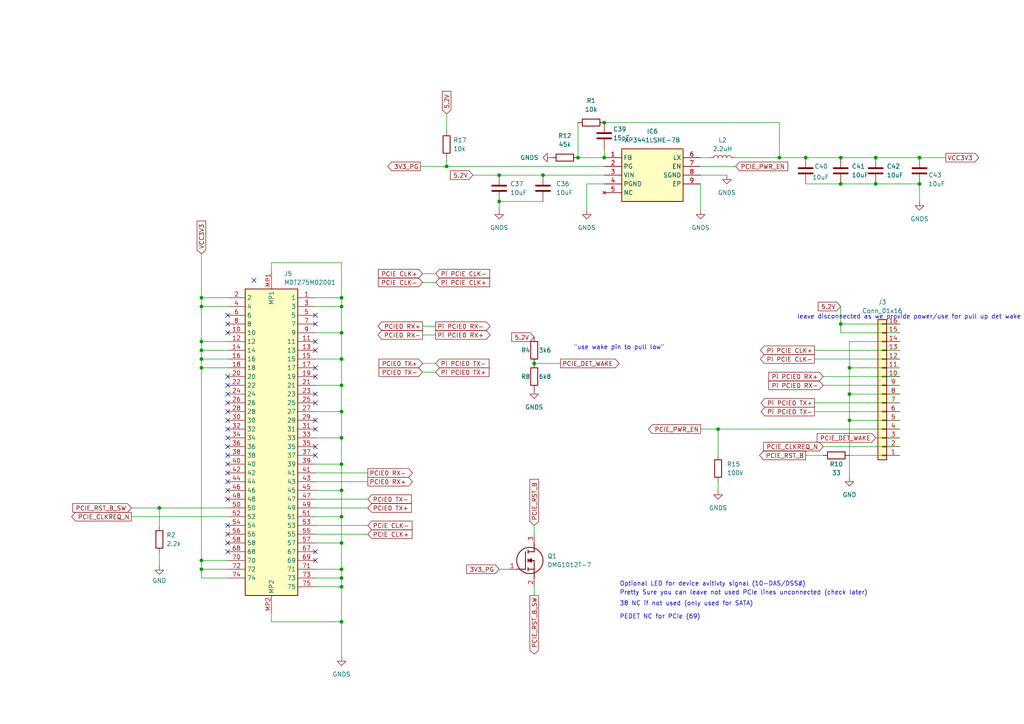
<source format=kicad_sch>
(kicad_sch (version 20230121) (generator eeschema)
  (paper "A4")
  (lib_symbols
    (symbol "Connector:MDT275M02001"
      (property "Reference" "J" (at 95.25 12.7 0))
      (property "Value" "MDT275M02001" (at 95.25 10.16 0))
      (symbol "MDT275M02001_1_1"
        (rectangle (start 5.08 7.62) (end 93.98 -7.62) (stroke (width 0.254)) (fill (type background)))
        (pin passive line (at 7.62 12.7 270) (length 5.08) (name "1") (number "1"))
        (pin passive line (at 17.78 -12.7 90) (length 5.08) (name "10") (number "10"))
        (pin passive line (at 20.32 12.7 270) (length 5.08) (name "11") (number "11"))
        (pin passive line (at 20.32 -12.7 90) (length 5.08) (name "12") (number "12"))
        (pin passive line (at 22.86 12.7 270) (length 5.08) (name "13") (number "13"))
        (pin passive line (at 22.86 -12.7 90) (length 5.08) (name "14") (number "14"))
        (pin passive line (at 25.4 12.7 270) (length 5.08) (name "15") (number "15"))
        (pin passive line (at 25.4 -12.7 90) (length 5.08) (name "16") (number "16"))
        (pin passive line (at 27.94 12.7 270) (length 5.08) (name "17") (number "17"))
        (pin passive line (at 27.94 -12.7 90) (length 5.08) (name "18") (number "18"))
        (pin passive line (at 30.48 12.7 270) (length 5.08) (name "19") (number "19"))
        (pin passive line (at 7.62 -12.7 90) (length 5.08) (name "2") (number "2"))
        (pin passive line (at 30.48 -12.7 90) (length 5.08) (name "20") (number "20"))
        (pin passive line (at 33.02 12.7 270) (length 5.08) (name "21") (number "21"))
        (pin passive line (at 33.02 -12.7 90) (length 5.08) (name "22") (number "22"))
        (pin passive line (at 35.56 12.7 270) (length 5.08) (name "23") (number "23"))
        (pin passive line (at 35.56 -12.7 90) (length 5.08) (name "24") (number "24"))
        (pin passive line (at 38.1 12.7 270) (length 5.08) (name "25") (number "25"))
        (pin passive line (at 38.1 -12.7 90) (length 5.08) (name "26") (number "26"))
        (pin passive line (at 40.64 12.7 270) (length 5.08) (name "27") (number "27"))
        (pin passive line (at 40.64 -12.7 90) (length 5.08) (name "28") (number "28"))
        (pin passive line (at 43.18 12.7 270) (length 5.08) (name "29") (number "29"))
        (pin passive line (at 10.16 12.7 270) (length 5.08) (name "3") (number "3"))
        (pin passive line (at 43.18 -12.7 90) (length 5.08) (name "30") (number "30"))
        (pin passive line (at 45.72 12.7 270) (length 5.08) (name "31") (number "31"))
        (pin passive line (at 45.72 -12.7 90) (length 5.08) (name "32") (number "32"))
        (pin passive line (at 48.26 12.7 270) (length 5.08) (name "33") (number "33"))
        (pin passive line (at 48.26 -12.7 90) (length 5.08) (name "34") (number "34"))
        (pin passive line (at 50.8 12.7 270) (length 5.08) (name "35") (number "35"))
        (pin passive line (at 50.8 -12.7 90) (length 5.08) (name "36") (number "36"))
        (pin passive line (at 53.34 12.7 270) (length 5.08) (name "37") (number "37"))
        (pin passive line (at 53.34 -12.7 90) (length 5.08) (name "38") (number "38"))
        (pin passive line (at 55.88 12.7 270) (length 5.08) (name "39") (number "39"))
        (pin passive line (at 10.16 -12.7 90) (length 5.08) (name "4") (number "4"))
        (pin passive line (at 55.88 -12.7 90) (length 5.08) (name "40") (number "40"))
        (pin passive line (at 58.42 12.7 270) (length 5.08) (name "41") (number "41"))
        (pin passive line (at 58.42 -12.7 90) (length 5.08) (name "42") (number "42"))
        (pin passive line (at 60.96 12.7 270) (length 5.08) (name "43") (number "43"))
        (pin passive line (at 60.96 -12.7 90) (length 5.08) (name "44") (number "44"))
        (pin passive line (at 63.5 12.7 270) (length 5.08) (name "45") (number "45"))
        (pin passive line (at 63.5 -12.7 90) (length 5.08) (name "46") (number "46"))
        (pin passive line (at 66.04 12.7 270) (length 5.08) (name "47") (number "47"))
        (pin passive line (at 66.04 -12.7 90) (length 5.08) (name "48") (number "48"))
        (pin passive line (at 68.58 12.7 270) (length 5.08) (name "49") (number "49"))
        (pin passive line (at 12.7 12.7 270) (length 5.08) (name "5") (number "5"))
        (pin passive line (at 68.58 -12.7 90) (length 5.08) (name "50") (number "50"))
        (pin passive line (at 71.12 12.7 270) (length 5.08) (name "51") (number "51"))
        (pin passive line (at 71.12 -12.7 90) (length 5.08) (name "52") (number "52"))
        (pin passive line (at 73.66 12.7 270) (length 5.08) (name "53") (number "53"))
        (pin passive line (at 73.66 -12.7 90) (length 5.08) (name "54") (number "54"))
        (pin passive line (at 76.2 12.7 270) (length 5.08) (name "55") (number "55"))
        (pin passive line (at 76.2 -12.7 90) (length 5.08) (name "56") (number "56"))
        (pin passive line (at 78.74 12.7 270) (length 5.08) (name "57") (number "57"))
        (pin passive line (at 78.74 -12.7 90) (length 5.08) (name "58") (number "58"))
        (pin passive line (at 12.7 -12.7 90) (length 5.08) (name "6") (number "6"))
        (pin passive line (at 81.28 12.7 270) (length 5.08) (name "67") (number "67"))
        (pin passive line (at 81.28 -12.7 90) (length 5.08) (name "68") (number "68"))
        (pin passive line (at 83.82 12.7 270) (length 5.08) (name "69") (number "69"))
        (pin passive line (at 15.24 12.7 270) (length 5.08) (name "7") (number "7"))
        (pin passive line (at 83.82 -12.7 90) (length 5.08) (name "70") (number "70"))
        (pin passive line (at 86.36 12.7 270) (length 5.08) (name "71") (number "71"))
        (pin passive line (at 86.36 -12.7 90) (length 5.08) (name "72") (number "72"))
        (pin passive line (at 88.9 12.7 270) (length 5.08) (name "73") (number "73"))
        (pin passive line (at 88.9 -12.7 90) (length 5.08) (name "74") (number "74"))
        (pin passive line (at 91.44 12.7 270) (length 5.08) (name "75") (number "75"))
        (pin passive line (at 15.24 -12.7 90) (length 5.08) (name "8") (number "8"))
        (pin passive line (at 17.78 12.7 270) (length 5.08) (name "9") (number "9"))
        (pin passive line (at 0 0 0) (length 5.08) (name "MP1") (number "MP1"))
        (pin passive line (at 99.06 0 180) (length 5.08) (name "MP2") (number "MP2"))
      )
    )
    (symbol "Connector_Generic:Conn_01x16" (pin_names (offset 1.016) hide)
      (property "Reference" "J" (at 0 20.32 0))
      (property "Value" "Conn_01x16" (at 0 -22.86 0))
      (symbol "Conn_01x16_1_1"
        (rectangle (start -1.27 -20.193) (end 0 -20.447) (stroke (width 0.1524)))
        (rectangle (start -1.27 -17.653) (end 0 -17.907) (stroke (width 0.1524)))
        (rectangle (start -1.27 -15.113) (end 0 -15.367) (stroke (width 0.1524)))
        (rectangle (start -1.27 -12.573) (end 0 -12.827) (stroke (width 0.1524)))
        (rectangle (start -1.27 -10.033) (end 0 -10.287) (stroke (width 0.1524)))
        (rectangle (start -1.27 -7.493) (end 0 -7.747) (stroke (width 0.1524)))
        (rectangle (start -1.27 -4.953) (end 0 -5.207) (stroke (width 0.1524)))
        (rectangle (start -1.27 -2.413) (end 0 -2.667) (stroke (width 0.1524)))
        (rectangle (start -1.27 0.127) (end 0 -0.127) (stroke (width 0.1524)))
        (rectangle (start -1.27 2.667) (end 0 2.413) (stroke (width 0.1524)))
        (rectangle (start -1.27 5.207) (end 0 4.953) (stroke (width 0.1524)))
        (rectangle (start -1.27 7.747) (end 0 7.493) (stroke (width 0.1524)))
        (rectangle (start -1.27 10.287) (end 0 10.033) (stroke (width 0.1524)))
        (rectangle (start -1.27 12.827) (end 0 12.573) (stroke (width 0.1524)))
        (rectangle (start -1.27 15.367) (end 0 15.113) (stroke (width 0.1524)))
        (rectangle (start -1.27 17.907) (end 0 17.653) (stroke (width 0.1524)))
        (rectangle (start -1.27 19.05) (end 1.27 -21.59) (stroke (width 0.254)) (fill (type background)))
        (pin passive line (at -5.08 17.78 0) (length 3.81) (name "Pin_1") (number "1"))
        (pin passive line (at -5.08 -5.08 0) (length 3.81) (name "Pin_10") (number "10"))
        (pin passive line (at -5.08 -7.62 0) (length 3.81) (name "Pin_11") (number "11"))
        (pin passive line (at -5.08 -10.16 0) (length 3.81) (name "Pin_12") (number "12"))
        (pin passive line (at -5.08 -12.7 0) (length 3.81) (name "Pin_13") (number "13"))
        (pin passive line (at -5.08 -15.24 0) (length 3.81) (name "Pin_14") (number "14"))
        (pin passive line (at -5.08 -17.78 0) (length 3.81) (name "Pin_15") (number "15"))
        (pin passive line (at -5.08 -20.32 0) (length 3.81) (name "Pin_16") (number "16"))
        (pin passive line (at -5.08 15.24 0) (length 3.81) (name "Pin_2") (number "2"))
        (pin passive line (at -5.08 12.7 0) (length 3.81) (name "Pin_3") (number "3"))
        (pin passive line (at -5.08 10.16 0) (length 3.81) (name "Pin_4") (number "4"))
        (pin passive line (at -5.08 7.62 0) (length 3.81) (name "Pin_5") (number "5"))
        (pin passive line (at -5.08 5.08 0) (length 3.81) (name "Pin_6") (number "6"))
        (pin passive line (at -5.08 2.54 0) (length 3.81) (name "Pin_7") (number "7"))
        (pin passive line (at -5.08 0 0) (length 3.81) (name "Pin_8") (number "8"))
        (pin passive line (at -5.08 -2.54 0) (length 3.81) (name "Pin_9") (number "9"))
      )
    )
    (symbol "Converter_DCDC:AP3441LSHE-7B"
      (property "Reference" "IC" (at 24.13 7.62 0))
      (property "Value" "AP3441LSHE-7B" (at 24.13 5.08 0))
      (symbol "AP3441LSHE-7B_1_1"
        (rectangle (start 5.08 2.54) (end 22.86 -12.7) (stroke (width 0.254)) (fill (type background)))
        (pin passive line (at 0 0 0) (length 5.08) (name "FB") (number "1"))
        (pin passive line (at 0 -2.54 0) (length 5.08) (name "PG") (number "2"))
        (pin passive line (at 0 -5.08 0) (length 5.08) (name "VIN") (number "3"))
        (pin passive line (at 0 -7.62 0) (length 5.08) (name "PGND") (number "4"))
        (pin no_connect line (at 0 -10.16 0) (length 5.08) (name "NC") (number "5"))
        (pin passive line (at 27.94 0 180) (length 5.08) (name "LX") (number "6"))
        (pin passive line (at 27.94 -2.54 180) (length 5.08) (name "EN") (number "7"))
        (pin passive line (at 27.94 -5.08 180) (length 5.08) (name "SGND") (number "8"))
        (pin passive line (at 27.94 -7.62 180) (length 5.08) (name "EP") (number "9"))
      )
    )
    (symbol "Device:C" (pin_numbers hide) (pin_names (offset 0.254))
      (property "Reference" "C" (at 0.635 2.54 0))
      (property "Value" "C" (at 0.635 -2.54 0))
      (symbol "C_0_1"
        (polyline (pts (xy -2.032 -0.762) (xy 2.032 -0.762)) (stroke (width 0.508)))
        (polyline (pts (xy -2.032 0.762) (xy 2.032 0.762)) (stroke (width 0.508)))
      )
      (symbol "C_1_1"
        (pin passive line (at 0 3.81 270) (length 2.794) (name "~") (number "1"))
        (pin passive line (at 0 -3.81 90) (length 2.794) (name "~") (number "2"))
      )
    )
    (symbol "Device:L" (pin_numbers hide) (pin_names (offset 1.016) hide)
      (property "Reference" "L" (at -1.27 0 90))
      (property "Value" "L" (at 1.905 0 90))
      (symbol "L_0_1"
        (arc (start 0 -2.54) (mid 0.6323 -1.905) (end 0 -1.27))
        (arc (start 0 -1.27) (mid 0.6323 -0.635) (end 0 0))
        (arc (start 0 0) (mid 0.6323 0.635) (end 0 1.27))
        (arc (start 0 1.27) (mid 0.6323 1.905) (end 0 2.54))
      )
      (symbol "L_1_1"
        (pin passive line (at 0 3.81 270) (length 1.27) (name "1") (number "1"))
        (pin passive line (at 0 -3.81 90) (length 1.27) (name "2") (number "2"))
      )
    )
    (symbol "Device:R" (pin_numbers hide) (pin_names (offset 0))
      (property "Reference" "R" (at 2.032 0 90))
      (property "Value" "R" (at 0 0 90))
      (symbol "R_0_1"
        (rectangle (start -1.016 -2.54) (end 1.016 2.54) (stroke (width 0.254)))
      )
      (symbol "R_1_1"
        (pin passive line (at 0 3.81 270) (length 1.27) (name "~") (number "1"))
        (pin passive line (at 0 -3.81 90) (length 1.27) (name "~") (number "2"))
      )
    )
    (symbol "Diode:DMG1012T-7" (pin_names hide)
      (property "Reference" "Q" (at 11.43 3.81 0))
      (property "Value" "DMG1012T-7" (at 11.43 1.27 0))
      (symbol "DMG1012T-7_1_1"
        (polyline (pts (xy 2.54 0) (xy 5.08 0)) (stroke (width 0.254)))
        (polyline (pts (xy 5.08 5.08) (xy 5.08 0)) (stroke (width 0.254)))
        (polyline (pts (xy 5.842 -0.508) (xy 5.842 0.508)) (stroke (width 0.254)))
        (polyline (pts (xy 5.842 0) (xy 7.62 0)) (stroke (width 0.254)))
        (polyline (pts (xy 5.842 2.032) (xy 5.842 3.048)) (stroke (width 0.254)))
        (polyline (pts (xy 5.842 5.588) (xy 5.842 4.572)) (stroke (width 0.254)))
        (polyline (pts (xy 7.62 2.54) (xy 5.842 2.54)) (stroke (width 0.254)))
        (polyline (pts (xy 7.62 2.54) (xy 7.62 -2.54)) (stroke (width 0.254)))
        (polyline (pts (xy 7.62 5.08) (xy 5.842 5.08)) (stroke (width 0.254)))
        (polyline (pts (xy 7.62 5.08) (xy 7.62 7.62)) (stroke (width 0.254)))
        (polyline (pts (xy 5.842 2.54) (xy 6.858 3.048) (xy 6.858 2.032) (xy 5.842 2.54)) (stroke (width 0.254)) (fill (type outline)))
        (circle (center 6.35 2.54) (radius 3.81) (stroke (width 0.254)))
        (pin passive line (at 0 0 0) (length 2.54) (name "G") (number "1"))
        (pin passive line (at 7.62 -5.08 90) (length 2.54) (name "S") (number "2"))
        (pin passive line (at 7.62 10.16 270) (length 2.54) (name "D") (number "3"))
      )
    )
    (symbol "R_1" (pin_numbers hide) (pin_names (offset 0))
      (property "Reference" "R" (at 2.032 0 90))
      (property "Value" "R" (at 0 0 90))
      (symbol "R_1_0_1"
        (rectangle (start -1.016 -2.54) (end 1.016 2.54) (stroke (width 0.254)))
      )
      (symbol "R_1_1_1"
        (pin passive line (at 0 3.81 270) (length 1.27) (name "~") (number "1"))
        (pin passive line (at 0 -3.81 90) (length 1.27) (name "~") (number "2"))
      )
    )
    (symbol "power:GND" (power) (pin_names (offset 0))
      (property "Value" "GND" (at 0 -3.81 0))
      (symbol "GND_0_1"
        (polyline (pts (xy 0 0) (xy 0 -1.27) (xy 1.27 -1.27) (xy 0 -2.54) (xy -1.27 -1.27) (xy 0 -1.27)))
      )
      (symbol "GND_1_1"
        (pin power_in line (at 0 0 270) (length 0) hide (name "GND") (number "1"))
      )
    )
    (symbol "power:GNDS" (power) (pin_names (offset 0))
      (property "Value" "GNDS" (at 0 -3.81 0))
      (symbol "GNDS_0_1"
        (polyline (pts (xy 0 0) (xy 0 -1.27) (xy 1.27 -1.27) (xy 0 -2.54) (xy -1.27 -1.27) (xy 0 -1.27)))
      )
      (symbol "GNDS_1_1"
        (pin power_in line (at 0 0 270) (length 0) hide (name "GNDS") (number "1"))
      )
    )
  )
  (junction (at 99.06 86.36))
  (junction (at 99.06 127))
  (junction (at 246.38 106.68))
  (junction (at 226.06 45.72))
  (junction (at 254 45.72))
  (junction (at 99.06 180.34))
  (junction (at 99.06 119.38))
  (junction (at 243.84 53.34))
  (junction (at 58.42 101.6))
  (junction (at 58.42 162.56))
  (junction (at 243.84 93.98))
  (junction (at 58.42 106.68))
  (junction (at 99.06 170.18))
  (junction (at 175.26 45.72))
  (junction (at 175.26 35.56))
  (junction (at 144.78 58.42))
  (junction (at 99.06 134.62))
  (junction (at 154.94 105.41))
  (junction (at 99.06 167.64))
  (junction (at 243.84 45.72))
  (junction (at 99.06 111.76))
  (junction (at 58.42 104.14))
  (junction (at 167.64 45.72))
  (junction (at 58.42 165.1))
  (junction (at 58.42 86.36))
  (junction (at 233.68 45.72))
  (junction (at 58.42 88.9))
  (junction (at 99.06 149.86))
  (junction (at 266.7 53.34))
  (junction (at 46.228 147.32))
  (junction (at 157.48 50.8))
  (junction (at 246.38 114.3))
  (junction (at 99.06 142.24))
  (junction (at 208.28 124.46))
  (junction (at 144.78 50.8))
  (junction (at 266.7 45.72))
  (junction (at 58.42 99.06))
  (junction (at 99.06 96.52))
  (junction (at 99.06 104.14))
  (junction (at 99.06 165.1))
  (junction (at 254 53.34))
  (junction (at 246.38 121.92))
  (junction (at 99.06 157.48))
  (junction (at 99.06 88.9))
  (junction (at 129.54 48.26))
  (no_connect (at 91.44 99.06))
  (no_connect (at 66.04 121.92))
  (no_connect (at 66.04 152.4))
  (no_connect (at 66.04 142.24))
  (no_connect (at 66.04 127))
  (no_connect (at 91.44 162.56))
  (no_connect (at 91.44 91.44))
  (no_connect (at 91.44 116.84))
  (no_connect (at 66.04 124.46))
  (no_connect (at 66.04 134.62))
  (no_connect (at 66.04 111.76))
  (no_connect (at 91.44 129.54))
  (no_connect (at 91.44 106.68))
  (no_connect (at 66.04 144.78))
  (no_connect (at 91.44 93.98))
  (no_connect (at 66.04 132.08))
  (no_connect (at 66.04 93.98))
  (no_connect (at 91.44 109.22))
  (no_connect (at 66.04 116.84))
  (no_connect (at 66.04 129.54))
  (no_connect (at 91.44 132.08))
  (no_connect (at 91.44 114.3))
  (no_connect (at 91.44 160.02))
  (no_connect (at 91.44 101.6))
  (no_connect (at 66.04 157.48))
  (no_connect (at 91.44 124.46))
  (no_connect (at 66.04 109.22))
  (no_connect (at 66.04 119.38))
  (no_connect (at 66.04 154.94))
  (no_connect (at 66.04 96.52))
  (no_connect (at 66.04 137.16))
  (no_connect (at 66.04 91.44))
  (no_connect (at 66.04 160.02))
  (no_connect (at 73.66 81.28))
  (no_connect (at 66.04 114.3))
  (no_connect (at 91.44 121.92))
  (no_connect (at 66.04 139.7))
  (wire (pts (xy 246.38 99.06) (xy 260.985 99.06)))
  (wire (pts (xy 99.06 180.34) (xy 99.06 190.5)))
  (wire (pts (xy 78.74 78.74) (xy 78.74 76.2)))
  (wire (pts (xy 126.365 107.95) (xy 122.555 107.95)))
  (wire (pts (xy 226.06 45.72) (xy 233.68 45.72)))
  (wire (pts (xy 91.44 167.64) (xy 99.06 167.64)))
  (wire (pts (xy 170.18 53.34) (xy 175.26 53.34)))
  (wire (pts (xy 58.42 165.1) (xy 58.42 167.64)))
  (wire (pts (xy 58.42 101.6) (xy 66.04 101.6)))
  (wire (pts (xy 46.228 147.32) (xy 46.228 152.654)))
  (wire (pts (xy 238.76 111.76) (xy 260.985 111.76)))
  (wire (pts (xy 99.06 76.2) (xy 99.06 86.36)))
  (wire (pts (xy 91.44 170.18) (xy 99.06 170.18)))
  (wire (pts (xy 99.06 88.9) (xy 91.44 88.9)))
  (wire (pts (xy 58.42 99.06) (xy 58.42 101.6)))
  (wire (pts (xy 213.36 45.72) (xy 226.06 45.72)))
  (wire (pts (xy 99.06 142.24) (xy 91.44 142.24)))
  (wire (pts (xy 144.78 50.8) (xy 157.48 50.8)))
  (wire (pts (xy 154.94 170.18) (xy 154.94 172.72)))
  (wire (pts (xy 99.06 96.52) (xy 91.44 96.52)))
  (wire (pts (xy 246.38 132.08) (xy 260.985 132.08)))
  (wire (pts (xy 78.74 177.8) (xy 78.74 180.34)))
  (wire (pts (xy 66.04 86.36) (xy 58.42 86.36)))
  (wire (pts (xy 154.94 152.4) (xy 154.94 154.94)))
  (wire (pts (xy 233.68 53.34) (xy 243.84 53.34)))
  (wire (pts (xy 58.42 88.9) (xy 58.42 99.06)))
  (wire (pts (xy 126.365 79.375) (xy 122.555 79.375)))
  (wire (pts (xy 99.06 127) (xy 91.44 127)))
  (wire (pts (xy 236.22 101.6) (xy 260.985 101.6)))
  (wire (pts (xy 246.38 121.92) (xy 260.985 121.92)))
  (wire (pts (xy 260.985 96.52) (xy 243.84 96.52)))
  (wire (pts (xy 78.74 76.2) (xy 99.06 76.2)))
  (wire (pts (xy 99.06 170.18) (xy 99.06 180.34)))
  (wire (pts (xy 203.2 53.34) (xy 203.2 60.96)))
  (wire (pts (xy 99.06 119.38) (xy 91.44 119.38)))
  (wire (pts (xy 99.06 88.9) (xy 99.06 96.52)))
  (wire (pts (xy 91.44 165.1) (xy 99.06 165.1)))
  (wire (pts (xy 203.2 50.8) (xy 210.82 50.8)))
  (wire (pts (xy 121.92 48.26) (xy 129.54 48.26)))
  (wire (pts (xy 226.06 35.56) (xy 175.26 35.56)))
  (wire (pts (xy 208.28 124.46) (xy 260.985 124.46)))
  (wire (pts (xy 99.06 119.38) (xy 99.06 127)))
  (wire (pts (xy 144.78 58.42) (xy 144.78 60.96)))
  (wire (pts (xy 46.228 147.32) (xy 66.04 147.32)))
  (wire (pts (xy 99.06 157.48) (xy 99.06 165.1)))
  (wire (pts (xy 260.985 127) (xy 254 127)))
  (wire (pts (xy 144.78 58.42) (xy 157.48 58.42)))
  (wire (pts (xy 126.365 81.915) (xy 122.555 81.915)))
  (wire (pts (xy 99.06 149.86) (xy 99.06 157.48)))
  (wire (pts (xy 91.44 104.14) (xy 99.06 104.14)))
  (wire (pts (xy 99.06 167.64) (xy 99.06 170.18)))
  (wire (pts (xy 99.06 165.1) (xy 99.06 167.64)))
  (wire (pts (xy 99.06 86.36) (xy 99.06 88.9)))
  (wire (pts (xy 175.26 43.18) (xy 175.26 45.72)))
  (wire (pts (xy 203.2 124.46) (xy 208.28 124.46)))
  (wire (pts (xy 243.84 96.52) (xy 243.84 93.98)))
  (wire (pts (xy 58.42 101.6) (xy 58.42 104.14)))
  (wire (pts (xy 99.06 142.24) (xy 99.06 149.86)))
  (wire (pts (xy 203.2 48.26) (xy 213.36 48.26)))
  (wire (pts (xy 99.06 134.62) (xy 99.06 142.24)))
  (wire (pts (xy 58.42 167.64) (xy 66.04 167.64)))
  (wire (pts (xy 170.18 53.34) (xy 170.18 60.96)))
  (wire (pts (xy 167.64 35.56) (xy 167.64 45.72)))
  (wire (pts (xy 274.32 45.72) (xy 266.7 45.72)))
  (wire (pts (xy 266.7 58.42) (xy 266.7 53.34)))
  (wire (pts (xy 243.84 88.9) (xy 243.84 93.98)))
  (wire (pts (xy 78.74 180.34) (xy 99.06 180.34)))
  (wire (pts (xy 126.365 94.615) (xy 122.555 94.615)))
  (wire (pts (xy 38.1 147.32) (xy 46.228 147.32)))
  (wire (pts (xy 175.26 50.8) (xy 157.48 50.8)))
  (wire (pts (xy 58.42 88.9) (xy 66.04 88.9)))
  (wire (pts (xy 58.42 104.14) (xy 58.42 106.68)))
  (wire (pts (xy 226.06 35.56) (xy 226.06 45.72)))
  (wire (pts (xy 246.38 106.68) (xy 246.38 114.3)))
  (wire (pts (xy 243.84 53.34) (xy 254 53.34)))
  (wire (pts (xy 58.42 162.56) (xy 58.42 165.1)))
  (wire (pts (xy 91.44 144.78) (xy 106.68 144.78)))
  (wire (pts (xy 254 53.34) (xy 266.7 53.34)))
  (wire (pts (xy 126.365 105.41) (xy 122.555 105.41)))
  (wire (pts (xy 58.42 106.68) (xy 58.42 162.56)))
  (wire (pts (xy 236.22 116.84) (xy 260.985 116.84)))
  (wire (pts (xy 58.42 73.66) (xy 58.42 86.36)))
  (wire (pts (xy 66.04 165.1) (xy 58.42 165.1)))
  (wire (pts (xy 233.68 45.72) (xy 243.84 45.72)))
  (wire (pts (xy 208.28 139.7) (xy 208.28 142.24)))
  (wire (pts (xy 246.38 106.68) (xy 260.985 106.68)))
  (wire (pts (xy 99.06 127) (xy 99.06 134.62)))
  (wire (pts (xy 246.38 114.3) (xy 260.985 114.3)))
  (wire (pts (xy 246.38 114.3) (xy 246.38 121.92)))
  (wire (pts (xy 246.38 121.92) (xy 246.38 138.43)))
  (wire (pts (xy 38.1 149.86) (xy 66.04 149.86)))
  (wire (pts (xy 129.54 33.02) (xy 129.54 38.1)))
  (wire (pts (xy 238.76 129.54) (xy 260.985 129.54)))
  (wire (pts (xy 99.06 111.76) (xy 91.44 111.76)))
  (wire (pts (xy 233.68 132.08) (xy 238.76 132.08)))
  (wire (pts (xy 91.44 147.32) (xy 106.68 147.32)))
  (wire (pts (xy 91.44 149.86) (xy 99.06 149.86)))
  (wire (pts (xy 91.44 154.94) (xy 106.68 154.94)))
  (wire (pts (xy 91.44 137.16) (xy 106.68 137.16)))
  (wire (pts (xy 129.54 48.26) (xy 175.26 48.26)))
  (wire (pts (xy 58.42 99.06) (xy 66.04 99.06)))
  (wire (pts (xy 66.04 104.14) (xy 58.42 104.14)))
  (wire (pts (xy 260.985 109.22) (xy 238.76 109.22)))
  (wire (pts (xy 144.78 165.1) (xy 147.32 165.1)))
  (wire (pts (xy 208.28 124.46) (xy 208.28 132.08)))
  (wire (pts (xy 99.06 96.52) (xy 99.06 104.14)))
  (wire (pts (xy 246.38 99.06) (xy 246.38 106.68)))
  (wire (pts (xy 137.16 50.8) (xy 144.78 50.8)))
  (wire (pts (xy 167.64 45.72) (xy 175.26 45.72)))
  (wire (pts (xy 91.44 152.4) (xy 106.68 152.4)))
  (wire (pts (xy 126.365 97.155) (xy 122.555 97.155)))
  (wire (pts (xy 236.22 119.38) (xy 260.985 119.38)))
  (wire (pts (xy 154.94 105.41) (xy 162.56 105.41)))
  (wire (pts (xy 254 45.72) (xy 266.7 45.72)))
  (wire (pts (xy 129.54 45.72) (xy 129.54 48.26)))
  (wire (pts (xy 99.06 104.14) (xy 99.06 111.76)))
  (wire (pts (xy 99.06 157.48) (xy 91.44 157.48)))
  (wire (pts (xy 236.22 104.14) (xy 260.985 104.14)))
  (wire (pts (xy 99.06 86.36) (xy 91.44 86.36)))
  (wire (pts (xy 58.42 106.68) (xy 66.04 106.68)))
  (wire (pts (xy 243.84 93.98) (xy 260.985 93.98)))
  (wire (pts (xy 203.2 45.72) (xy 205.74 45.72)))
  (wire (pts (xy 58.42 86.36) (xy 58.42 88.9)))
  (wire (pts (xy 99.06 134.62) (xy 91.44 134.62)))
  (wire (pts (xy 66.04 162.56) (xy 58.42 162.56)))
  (wire (pts (xy 46.228 160.274) (xy 46.228 164.084)))
  (wire (pts (xy 243.84 45.72) (xy 254 45.72)))
  (wire (pts (xy 91.44 139.7) (xy 106.68 139.7)))
  (wire (pts (xy 99.06 111.76) (xy 99.06 119.38)))
  (text "probably at least isolate this ground or at best imagine\ncurrent return paths for the impedance matched signals" (at -161.29 288.29 0) (effects (font (size 1.27 1.27)) (justify left bottom)))
  (text "probably need to drive this low with pull down so we dont\nfloat the sleep pin" (at -167.005 127 0) (effects (font (size 1.27 1.27)) (justify left bottom)))
  (text "i would add a jumper or cut trace for connecting this high/low\nor even a switch because it looks like rpi5 never has sleep implementation\nand the pcie card wont be able to even go to sleep so it doesnt\nneed to wake up but not certain on this" (at -174.625 208.915 0) (effects (font (size 1.27 1.27)) (justify left bottom)))
  (text "https://w.electrodragon.com/w/M.2_Pins" (at -167.005 130.81 0) (effects (font (size 1.27 1.27)) (justify left bottom)))
  (text "your power tag names are all over the place, make sure\nto connect what needs to be connected depending on where things are." (at -158.115 272.415 0) (effects (font (size 1.27 1.27)) (justify left bottom)))
  (text "PEDET NC for PCIe (69)" (at 179.705 179.705 0) (effects (font (size 1.27 1.27)) (justify left bottom)))
  (text "think about some 10uFs in parallel just for more power, \nik time constant makes it suck but you can just locate \nthem further away, closer to the converter side, just\n make sure we have enough charge in order to dump while\nreading/writing" (at -170.18 160.655 0) (effects (font (size 1.27 1.27)) (justify left bottom)))
  (text "leave disconnected as we provide power/use for pull up det wake\n" (at 231.14 92.71 0) (effects (font (size 1.27 1.27)) (justify left bottom)))
  (text "https://pinoutguide.com/HD/M.2_NGFF_connector_pinout.shtml" (at -173.355 189.865 0) (effects (font (size 1.27 1.27)) (justify left bottom)))
  (text "Pretty Sure you can leave not used PCIe lines unconnected (check later)" (at 179.705 172.72 0) (effects (font (size 1.27 1.27)) (justify left bottom)))
  (text "per pcie specification it looks like you may need to pull this \nhigh on platform side, and assert it high as a hat to the raspberry pi to \nmaintain power state" (at -172.085 173.355 0) (effects (font (size 1.27 1.27)) (justify left bottom)))
  (text "may need some 100nF caps just for transients" (at -163.83 144.145 0) (effects (font (size 1.27 1.27)) (justify left bottom)))
  (text "https://datasheets.raspberrypi.com/pcie/pcie-connector-standard.pdf" (at -175.895 220.345 0) (effects (font (size 1.27 1.27)) (justify left bottom)))
  (text "https://adaptivesupport.amd.com/s/question/0D52E00006hpaAbSAI/pci-express-wake-and-perst?language=en_US" (at -174.625 196.215 0) (effects (font (size 1.27 1.27)) (justify left bottom)))
  (text "importantly !!!! THIS SHOULD NOT be connected to det wake on raspberry pi" (at -174.625 182.245 0) (effects (font (size 1.27 1.27)) (justify left bottom)))
  (text "i dont think you should connect the pcie det wake to the m-slot, but follow\nthe hat specification and add a voltage divider or pull up " (at -160.02 256.54 0) (effects (font (size 1.27 1.27)) (justify left bottom)))
  (text "https://forums.raspberrypi.com/viewtopic.php?t=312052" (at -168.275 243.84 0) (effects (font (size 1.27 1.27)) (justify left bottom)))
  (text "\"use wake pin to pull low\"" (at 166.37 101.6 0) (effects (font (size 1.27 1.27)) (justify left bottom)))
  (text "38 NC if not used (only used for SATA)" (at 179.705 175.895 0) (effects (font (size 1.27 1.27)) (justify left bottom)))
  (text "the pogo is going to be a just worse supply versus\nthe 5.2 you have on board, if anything,\nyou should be using the pogo pin to supply the raspberry pi,\nor perhaps even solder that connection so it doesnt do anything\nunexpected during operating" (at -151.765 309.245 0) (effects (font (size 1.27 1.27)) (justify left bottom)))
  (text "Optional LED for device avitivty signal (10-DAS/DSS#)" (at 179.705 170.18 0) (effects (font (size 1.27 1.27)) (justify left bottom)))
  (text "https://forums.raspberrypi.com/viewtopic.php?t=295846" (at -174.625 233.045 0) (effects (font (size 1.27 1.27)) (justify left bottom)))
  (text "i dont see the wakeup pin being implemented on some designs\ncan we continuity check this on the board we have?" (at -170.18 137.795 0) (effects (font (size 1.27 1.27)) (justify left bottom)))
  (global_label "PCIE0 RX+" (shape output) (at 122.555 94.615 180) (property "Intersheetrefs" "${INTERSHEET_REFS}" (effects hide)))
  (global_label "PCIE_PWR_EN" (shape output) (at 203.2 124.46 180) (property "Intersheetrefs" "${INTERSHEET_REFS}" (effects hide)))
  (global_label "PCIE_DET_WAKE" (shape input) (at 254 127 180) (property "Intersheetrefs" "${INTERSHEET_REFS}" (effects hide)))
  (global_label "VCC3V3" (shape input) (at 58.42 73.66 90) (property "Intersheetrefs" "${INTERSHEET_REFS}" (effects hide)))
  (global_label "PCIE_DET_WAKE" (shape output) (at 162.56 105.41 0) (property "Intersheetrefs" "${INTERSHEET_REFS}" (effects hide)))
  (global_label "Pi PCIE CLK+" (shape input) (at 126.365 81.915 0) (property "Intersheetrefs" "${INTERSHEET_REFS}" (effects hide)))
  (global_label "VCC3V3" (shape output) (at 274.32 45.72 0) (property "Intersheetrefs" "${INTERSHEET_REFS}" (effects hide)))
  (global_label "Pi PCIE CLK+" (shape output) (at 236.22 101.6 180) (property "Intersheetrefs" "${INTERSHEET_REFS}" (effects hide)))
  (global_label "Pi PCIE0 RX-" (shape input) (at 238.76 111.76 180) (property "Intersheetrefs" "${INTERSHEET_REFS}" (effects hide)))
  (global_label "Pi PCIE0 TX-" (shape output) (at 236.22 119.38 180) (property "Intersheetrefs" "${INTERSHEET_REFS}" (effects hide)))
  (global_label "Pi PCIE CLK-" (shape output) (at 236.22 104.14 180) (property "Intersheetrefs" "${INTERSHEET_REFS}" (effects hide)))
  (global_label "5.2V" (shape input) (at 243.84 88.9 180) (property "Intersheetrefs" "${INTERSHEET_REFS}" (effects hide)))
  (global_label "PCIE0 TX+" (shape input) (at 122.555 105.41 180) (property "Intersheetrefs" "${INTERSHEET_REFS}" (effects hide)))
  (global_label "PCIE_RST_B_SW" (shape output) (at 154.94 172.72 270) (property "Intersheetrefs" "${INTERSHEET_REFS}" (effects hide)))
  (global_label "Pi PCIE0 TX+" (shape input) (at 126.365 107.95 0) (property "Intersheetrefs" "${INTERSHEET_REFS}" (effects hide)))
  (global_label "PCIE0 RX+" (shape output) (at 106.68 139.7 0) (property "Intersheetrefs" "${INTERSHEET_REFS}" (effects hide)))
  (global_label "PCIE_PWR_EN" (shape input) (at 213.36 48.26 0) (property "Intersheetrefs" "${INTERSHEET_REFS}" (effects hide)))
  (global_label "PCIE0 TX-" (shape input) (at 122.555 107.95 180) (property "Intersheetrefs" "${INTERSHEET_REFS}" (effects hide)))
  (global_label "PCIE0 RX-" (shape output) (at 122.555 97.155 180) (property "Intersheetrefs" "${INTERSHEET_REFS}" (effects hide)))
  (global_label "Pi PCIE0 RX+" (shape output) (at 126.365 97.155 0) (property "Intersheetrefs" "${INTERSHEET_REFS}" (effects hide)))
  (global_label "3V3_PG" (shape input) (at 144.78 165.1 180) (property "Intersheetrefs" "${INTERSHEET_REFS}" (effects hide)))
  (global_label "PCIE0 TX+" (shape input) (at 106.68 147.32 0) (property "Intersheetrefs" "${INTERSHEET_REFS}" (effects hide)))
  (global_label "PCIE CLK+" (shape input) (at 122.555 79.375 180) (property "Intersheetrefs" "${INTERSHEET_REFS}" (effects hide)))
  (global_label "PCIE0 RX-" (shape output) (at 106.68 137.16 0) (property "Intersheetrefs" "${INTERSHEET_REFS}" (effects hide)))
  (global_label "PCIE_RST_B" (shape output) (at 233.68 132.08 180) (property "Intersheetrefs" "${INTERSHEET_REFS}" (effects hide)))
  (global_label "PCIE_CLKREQ_N" (shape input) (at 238.76 129.54 180) (property "Intersheetrefs" "${INTERSHEET_REFS}" (effects hide)))
  (global_label "5.2V" (shape input) (at 137.16 50.8 180) (property "Intersheetrefs" "${INTERSHEET_REFS}" (effects hide)))
  (global_label "Pi PCIE CLK-" (shape input) (at 126.365 79.375 0) (property "Intersheetrefs" "${INTERSHEET_REFS}" (effects hide)))
  (global_label "PCIE CLK+" (shape input) (at 106.68 154.94 0) (property "Intersheetrefs" "${INTERSHEET_REFS}" (effects hide)))
  (global_label "PCIE_RST_B_SW" (shape input) (at 38.1 147.32 180) (property "Intersheetrefs" "${INTERSHEET_REFS}" (effects hide)))
  (global_label "5.2V" (shape input) (at 154.94 97.79 180) (property "Intersheetrefs" "${INTERSHEET_REFS}" (effects hide)))
  (global_label "Pi PCIE0 RX-" (shape output) (at 126.365 94.615 0) (property "Intersheetrefs" "${INTERSHEET_REFS}" (effects hide)))
  (global_label "PCIE_RST_B" (shape input) (at 154.94 152.4 90) (property "Intersheetrefs" "${INTERSHEET_REFS}" (effects hide)))
  (global_label "5.2V" (shape input) (at 129.54 33.02 90) (property "Intersheetrefs" "${INTERSHEET_REFS}" (effects hide)))
  (global_label "PCIE_CLKREQ_N" (shape output) (at 38.1 149.86 180) (property "Intersheetrefs" "${INTERSHEET_REFS}" (effects hide)))
  (global_label "PCIE0 TX-" (shape input) (at 106.68 144.78 0) (property "Intersheetrefs" "${INTERSHEET_REFS}" (effects hide)))
  (global_label "Pi PCIE0 TX+" (shape output) (at 236.22 116.84 180) (property "Intersheetrefs" "${INTERSHEET_REFS}" (effects hide)))
  (global_label "Pi PCIE0 RX+" (shape input) (at 238.76 109.22 180) (property "Intersheetrefs" "${INTERSHEET_REFS}" (effects hide)))
  (global_label "PCIE CLK-" (shape input) (at 106.68 152.4 0) (property "Intersheetrefs" "${INTERSHEET_REFS}" (effects hide)))
  (global_label "Pi PCIE0 TX-" (shape input) (at 126.365 105.41 0) (property "Intersheetrefs" "${INTERSHEET_REFS}" (effects hide)))
  (global_label "PCIE CLK-" (shape input) (at 122.555 81.915 180) (property "Intersheetrefs" "${INTERSHEET_REFS}" (effects hide)))
  (global_label "3V3_PG" (shape output) (at 121.92 48.26 180) (property "Intersheetrefs" "${INTERSHEET_REFS}" (effects hide)))
  (symbol (lib_id "Device:C") (at 233.68 49.53 0) (unit 1)
    (property "Reference" "C40" (at 236.22 48.26 0) (effects (justify left)))
    (property "Value" "10uF" (at 235.585 51.435 0) (effects (justify left)))
    (property "Footprint" "Capacitor_SMD:C_0402_1005Metric" (effects hide))
  )
  (symbol (lib_name "R_1") (lib_id "Device:R") (at 154.94 109.22 0) (unit 1)
    (property "Reference" "R8" (at 151.13 109.22 0) (effects (justify left)))
    (property "Value" "6k8" (at 156.21 109.22 0) (effects (justify left)))
    (property "Footprint" "Resistor_SMD:R_0402_1005Metric" (effects hide))
  )
  (symbol (lib_id "Device:R") (at 46.228 156.464 0) (unit 1)
    (property "Reference" "R2" (at 48.26 155.194 0) (effects (justify left)))
    (property "Value" "2.2k" (at 48.26 157.734 0) (effects (justify left)))
    (property "Footprint" "Resistor_SMD:R_0402_1005Metric" (effects hide))
  )
  (symbol (lib_id "Device:C") (at 243.84 49.53 0) (unit 1)
    (property "Reference" "C41" (at 247.015 48.26 0) (effects (justify left)))
    (property "Value" "10uF" (at 247.015 50.8 0) (effects (justify left)))
    (property "Footprint" "Capacitor_SMD:C_0402_1005Metric" (effects hide))
  )
  (symbol (lib_id "power:GNDS") (at 144.78 60.96 0) (unit 1)
    (property "Reference" "#PWR070" (effects hide))
    (property "Value" "GNDS" (at 144.78 66.04 0))
  )
  (symbol (lib_id "Device:C") (at 266.7 49.53 0) (unit 1)
    (property "Reference" "C43" (at 269.24 50.8 0) (effects (justify left)))
    (property "Value" "10uF" (at 269.24 53.34 0) (effects (justify left)))
    (property "Footprint" "Capacitor_SMD:C_0402_1005Metric" (effects hide))
  )
  (symbol (lib_id "power:GNDS") (at 99.06 190.5 0) (unit 1)
    (property "Reference" "#PWR026" (effects hide))
    (property "Value" "GNDS" (at 99.06 195.58 0))
  )
  (symbol (lib_id "Device:C") (at 144.78 54.61 0) (unit 1)
    (property "Reference" "C37" (at 147.955 53.34 0) (effects (justify left)))
    (property "Value" "10uF" (at 147.955 55.88 0) (effects (justify left)))
    (property "Footprint" "Capacitor_SMD:C_0402_1005Metric" (effects hide))
  )
  (symbol (lib_id "power:GNDS") (at 203.2 60.96 0) (unit 1)
    (property "Reference" "#PWR054" (effects hide))
    (property "Value" "GNDS" (at 203.2 66.04 0))
  )
  (symbol (lib_id "power:GND") (at 246.38 138.43 0) (unit 1)
    (property "Reference" "#PWR020" (effects hide))
    (property "Value" "GND" (at 246.38 143.51 0))
  )
  (symbol (lib_id "Device:C") (at 157.48 54.61 0) (unit 1)
    (property "Reference" "C36" (at 161.29 53.34 0) (effects (justify left)))
    (property "Value" "10uF" (at 161.29 55.88 0) (effects (justify left)))
    (property "Footprint" "Capacitor_SMD:C_0402_1005Metric" (effects hide))
  )
  (symbol (lib_name "R_1") (lib_id "Device:R") (at 154.94 101.6 0) (unit 1)
    (property "Reference" "R4" (at 151.13 101.6 0) (effects (justify left)))
    (property "Value" "3k6" (at 156.21 101.6 0) (effects (justify left)))
    (property "Footprint" "Resistor_SMD:R_0402_1005Metric" (effects hide))
  )
  (symbol (lib_id "power:GNDS") (at 154.94 113.03 0) (unit 1)
    (property "Reference" "#PWR028" (effects hide))
    (property "Value" "GNDS" (at 154.94 118.11 0))
  )
  (symbol (lib_id "Connector:MDT275M02001") (at 78.74 78.74 270) (unit 1)
    (property "Reference" "J5" (at 82.3661 79.375 90) (effects (justify left)))
    (property "Value" "MDT275M02001" (at 82.3661 81.915 90) (effects (justify left)))
    (property "Footprint" "21xt_footprints:MDT275M02001" (effects hide))
    (property "Datasheet" "https://cdn.amphenol-cs.com/media/wysiwyg/files/documentation/datasheet/ssio/ssio_pcie_m2.pdf" (effects hide))
    (property "Height" "2.75" (effects hide))
    (property "Mouser Part Number" "523-MDT275M02001" (effects hide))
    (property "Mouser Price/Stock" "https://www.mouser.co.uk/ProductDetail/Amphenol-FCI/MDT275M02001?qs=lrCDz5EUXIa69GdSlBLTlg%3D%3D" (effects hide))
    (property "Manufacturer_Name" "Amphenol Communications Solutions" (effects hide))
    (property "Manufacturer_Part_Number" "MDT275M02001" (effects hide))
  )
  (symbol (lib_id "Device:R") (at 163.83 45.72 90) (unit 1)
    (property "Reference" "R12" (at 163.83 39.37 90))
    (property "Value" "45k" (at 163.83 41.91 90))
    (property "Footprint" "Resistor_SMD:R_0402_1005Metric" (effects hide))
  )
  (symbol (lib_id "Diode:DMG1012T-7") (at 147.32 165.1 0) (unit 1)
    (property "Reference" "Q1" (at 158.75 161.29 0) (effects (justify left)))
    (property "Value" "DMG1012T-7" (at 158.75 163.83 0) (effects (justify left)))
    (property "Footprint" "21xt_footprints:SOT50P160X90-3N" (effects hide))
    (property "Datasheet" "https://www.diodes.com//assets/Datasheets/DMG1012T.pdf" (effects hide))
    (property "Height" "0.9" (effects hide))
    (property "Mouser Part Number" "621-DMG1012T-7" (effects hide))
    (property "Mouser Price/Stock" "https://www.mouser.co.uk/ProductDetail/Diodes-Incorporated/DMG1012T-7?qs=vIZ3oKQCLxoEnfyeB0HcGQ%3D%3D" (effects hide))
    (property "Manufacturer_Name" "Diodes Incorporated" (effects hide))
    (property "Manufacturer_Part_Number" "DMG1012T-7" (effects hide))
  )
  (symbol (lib_id "Converter_DCDC:AP3441LSHE-7B") (at 175.26 45.72 0) (unit 1)
    (property "Reference" "IC6" (at 189.23 38.1 0))
    (property "Value" "AP3441LSHE-7B" (at 189.23 40.64 0))
    (property "Footprint" "21xt_footprints:AP3441LSHE7B" (effects hide))
    (property "Datasheet" "https://www.diodes.com//assets/Datasheets/AP3441-L.pdf" (effects hide))
    (property "Height" "0.6" (effects hide))
    (property "Mouser Part Number" "621-AP3441LSHE-7B" (effects hide))
    (property "Mouser Price/Stock" "https://www.mouser.co.uk/ProductDetail/Diodes-Incorporated/AP3441LSHE-7B?qs=wUXugUrL1qypzVa4NB91Hg%3D%3D" (effects hide))
    (property "Manufacturer_Name" "Diodes Incorporated" (effects hide))
    (property "Manufacturer_Part_Number" "AP3441LSHE-7B" (effects hide))
  )
  (symbol (lib_id "Device:C") (at 254 49.53 0) (unit 1)
    (property "Reference" "C42" (at 257.175 48.26 0) (effects (justify left)))
    (property "Value" "10uF" (at 257.175 50.8 0) (effects (justify left)))
    (property "Footprint" "Capacitor_SMD:C_0402_1005Metric" (effects hide))
  )
  (symbol (lib_id "Connector_Generic:Conn_01x16") (at 255.905 114.3 180) (unit 1)
    (property "Reference" "J3" (at 255.905 87.63 0))
    (property "Value" "Conn_01x16" (at 255.905 90.17 0))
    (property "Footprint" "21xt_footprints:ZF5S1601TWT" (effects hide))
  )
  (symbol (lib_id "Device:L") (at 209.55 45.72 90) (unit 1)
    (property "Reference" "L2" (at 209.55 40.64 90))
    (property "Value" "2.2uH" (at 209.55 43.18 90))
    (property "Footprint" "Inductor_SMD:L_1008_2520Metric" (effects hide))
  )
  (symbol (lib_id "power:GNDS") (at 210.82 50.8 0) (unit 1)
    (property "Reference" "#PWR055" (effects hide))
    (property "Value" "GNDS" (at 210.82 55.88 0))
  )
  (symbol (lib_id "power:GNDS") (at 266.7 58.42 0) (unit 1)
    (property "Reference" "#PWR035" (effects hide))
    (property "Value" "GNDS" (at 266.7 63.5 0))
  )
  (symbol (lib_id "Device:R") (at 171.45 35.56 270) (unit 1)
    (property "Reference" "R1" (at 171.45 29.21 90))
    (property "Value" "10k" (at 171.45 31.75 90))
    (property "Footprint" "Resistor_SMD:R_0402_1005Metric" (effects hide))
  )
  (symbol (lib_id "power:GND") (at 46.228 164.084 0) (unit 1)
    (property "Reference" "#PWR021" (effects hide))
    (property "Value" "GND" (at 46.228 168.402 0))
  )
  (symbol (lib_id "Device:R") (at 208.28 135.89 0) (unit 1)
    (property "Reference" "R15" (at 210.82 134.62 0) (effects (justify left)))
    (property "Value" "100k" (at 210.82 137.16 0) (effects (justify left)))
    (property "Footprint" "Resistor_SMD:R_0402_1005Metric" (effects hide))
  )
  (symbol (lib_id "power:GNDS") (at 208.28 142.24 0) (unit 1)
    (property "Reference" "#PWR036" (effects hide))
    (property "Value" "GNDS" (at 208.28 147.32 0))
  )
  (symbol (lib_id "power:GNDS") (at 170.18 60.96 0) (unit 1)
    (property "Reference" "#PWR033" (effects hide))
    (property "Value" "GNDS" (at 170.18 66.04 0))
  )
  (symbol (lib_id "Device:R") (at 242.57 132.08 270) (unit 1)
    (property "Reference" "R10" (at 242.57 134.62 90))
    (property "Value" "33" (at 242.57 137.16 90))
    (property "Footprint" "Resistor_SMD:R_0402_1005Metric" (effects hide))
  )
  (symbol (lib_id "Device:C") (at 175.26 39.37 0) (unit 1)
    (property "Reference" "C39" (at 177.8 37.465 0) (effects (justify left)))
    (property "Value" "15pF" (at 177.8 40.005 0) (effects (justify left)))
    (property "Footprint" "Capacitor_SMD:C_0402_1005Metric" (effects hide))
  )
  (symbol (lib_id "Device:R") (at 129.54 41.91 0) (unit 1)
    (property "Reference" "R17" (at 131.445 40.64 0) (effects (justify left)))
    (property "Value" "10k" (at 131.445 43.18 0) (effects (justify left)))
    (property "Footprint" "Resistor_SMD:R_0402_1005Metric" (effects hide))
  )
  (symbol (lib_id "power:GNDS") (at 160.02 45.72 270) (unit 1)
    (property "Reference" "#PWR034" (effects hide))
    (property "Value" "GNDS" (at 156.21 45.72 90) (effects (justify right)))
  )
)
</source>
